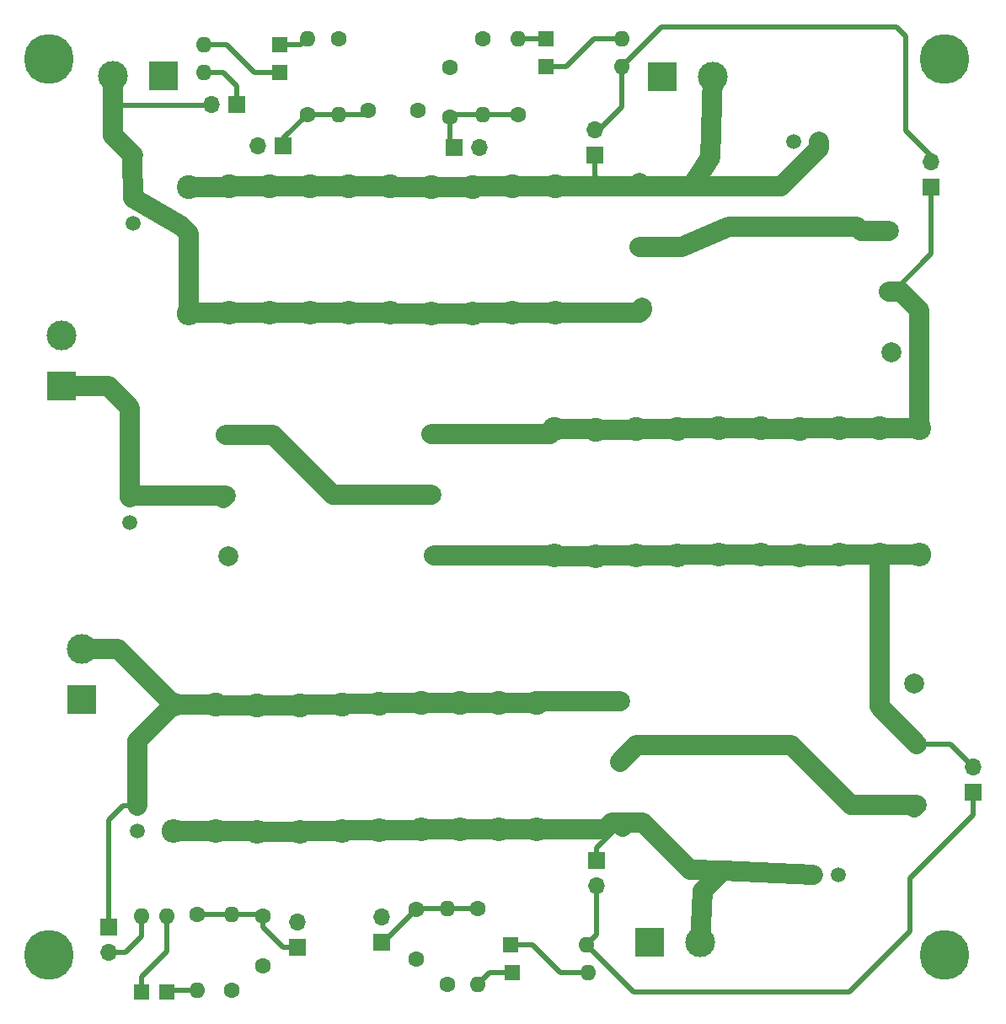
<source format=gbr>
G04 #@! TF.FileFunction,Copper,L2,Bot,Signal*
%FSLAX46Y46*%
G04 Gerber Fmt 4.6, Leading zero omitted, Abs format (unit mm)*
G04 Created by KiCad (PCBNEW 4.0.7) date 02/24/19 18:45:12*
%MOMM*%
%LPD*%
G01*
G04 APERTURE LIST*
%ADD10C,0.100000*%
%ADD11R,3.000000X3.000000*%
%ADD12C,3.000000*%
%ADD13C,1.500000*%
%ADD14C,5.000000*%
%ADD15C,1.600000*%
%ADD16O,1.600000X1.600000*%
%ADD17R,1.600000X1.600000*%
%ADD18C,2.000000*%
%ADD19R,1.700000X1.700000*%
%ADD20O,1.700000X1.700000*%
%ADD21C,2.400000*%
%ADD22O,2.400000X2.400000*%
%ADD23C,2.000000*%
%ADD24C,0.500000*%
G04 APERTURE END LIST*
D10*
D11*
X46278800Y-77851000D03*
D12*
X46278800Y-72771000D03*
D13*
X53172400Y-89052400D03*
X53172400Y-91592400D03*
D14*
X45000000Y-45000000D03*
X135000000Y-45000000D03*
X45000000Y-135000000D03*
X135000000Y-135000000D03*
D15*
X66548000Y-131064000D03*
X66548000Y-136064000D03*
X81915000Y-130429000D03*
X81915000Y-135429000D03*
X59944000Y-130937000D03*
D16*
X59944000Y-138557000D03*
D15*
X63373000Y-138557000D03*
D16*
X63373000Y-130937000D03*
D17*
X54356000Y-138684000D03*
D16*
X54356000Y-131064000D03*
D18*
X104648000Y-70002400D03*
X104394000Y-63906400D03*
X104394000Y-57810400D03*
X102666800Y-121666000D03*
X102412800Y-115570000D03*
X102412800Y-109474000D03*
X129667000Y-74422000D03*
X129413000Y-68326000D03*
X129413000Y-62230000D03*
X131953000Y-107696000D03*
X132207000Y-113792000D03*
X132207000Y-119888000D03*
X83693000Y-94869000D03*
X83439000Y-88773000D03*
X83439000Y-82677000D03*
X63017400Y-94945200D03*
X62763400Y-88849200D03*
X62763400Y-82753200D03*
D13*
X122428000Y-53274000D03*
X119888000Y-53274000D03*
X53502600Y-58953400D03*
X53502600Y-61493400D03*
X53870900Y-120015000D03*
X53870900Y-122555000D03*
X121793000Y-126939000D03*
X124333000Y-126939000D03*
D11*
X106680000Y-46736000D03*
D12*
X111760000Y-46736000D03*
D11*
X56494680Y-46675040D03*
D12*
X51414680Y-46675040D03*
D11*
X48280320Y-109301280D03*
D12*
X48280320Y-104221280D03*
D11*
X105410000Y-133731000D03*
D12*
X110490000Y-133731000D03*
D15*
X85344000Y-50800000D03*
X85344000Y-45800000D03*
X77089000Y-50165000D03*
X82089000Y-50165000D03*
D19*
X85725000Y-53848000D03*
D20*
X88265000Y-53848000D03*
D19*
X68580000Y-53721000D03*
D20*
X66040000Y-53721000D03*
D15*
X88646000Y-42926000D03*
D16*
X88646000Y-50546000D03*
D15*
X70993000Y-50546000D03*
D16*
X70993000Y-42926000D03*
D15*
X74168000Y-42926000D03*
D16*
X74168000Y-50546000D03*
D15*
X92202000Y-50546000D03*
D16*
X92202000Y-42926000D03*
D17*
X94996000Y-45720000D03*
D16*
X102616000Y-45720000D03*
D17*
X68199000Y-46355000D03*
D16*
X60579000Y-46355000D03*
D17*
X94996000Y-42926000D03*
D16*
X102616000Y-42926000D03*
D17*
X68199000Y-43561000D03*
D16*
X60579000Y-43561000D03*
D17*
X91440000Y-133985000D03*
D16*
X99060000Y-133985000D03*
D17*
X56896000Y-138684000D03*
D16*
X56896000Y-131064000D03*
D17*
X91567000Y-136779000D03*
D16*
X99187000Y-136779000D03*
D19*
X51054000Y-132207000D03*
D20*
X51054000Y-134747000D03*
D19*
X69977000Y-134239000D03*
D20*
X69977000Y-131699000D03*
D19*
X78486000Y-133731000D03*
D20*
X78486000Y-131191000D03*
D15*
X88138000Y-130302000D03*
D16*
X88138000Y-137922000D03*
D15*
X85090000Y-137922000D03*
D16*
X85090000Y-130302000D03*
D19*
X63855600Y-49580800D03*
D20*
X61315600Y-49580800D03*
D21*
X94043500Y-109639100D03*
D22*
X94043500Y-122339100D03*
D21*
X90195400Y-109689900D03*
D22*
X90195400Y-122389900D03*
D21*
X86283800Y-109689900D03*
D22*
X86283800Y-122389900D03*
D21*
X82423000Y-109689900D03*
D22*
X82423000Y-122389900D03*
D21*
X57556400Y-109804200D03*
D22*
X57556400Y-122504200D03*
D21*
X78232000Y-109753400D03*
D22*
X78232000Y-122453400D03*
D21*
X74434700Y-109855000D03*
D22*
X74434700Y-122555000D03*
D21*
X70243700Y-109918500D03*
D22*
X70243700Y-122618500D03*
D21*
X61747400Y-109855000D03*
D22*
X61747400Y-122555000D03*
D21*
X65938400Y-109918500D03*
D22*
X65938400Y-122618500D03*
D21*
X95834200Y-82199480D03*
D22*
X95834200Y-94899480D03*
D21*
X99913440Y-82255360D03*
D22*
X99913440Y-94955360D03*
D21*
X103992680Y-82199480D03*
D22*
X103992680Y-94899480D03*
D21*
X108127800Y-82143600D03*
D22*
X108127800Y-94843600D03*
D21*
X112280700Y-82054700D03*
D22*
X112280700Y-94754700D03*
D21*
X116547900Y-82054700D03*
D22*
X116547900Y-94754700D03*
D21*
X120459500Y-82143600D03*
D22*
X120459500Y-94843600D03*
D21*
X124460000Y-82054700D03*
D22*
X124460000Y-94754700D03*
D21*
X128460500Y-82054700D03*
D22*
X128460500Y-94754700D03*
D21*
X132461000Y-82054700D03*
D22*
X132461000Y-94754700D03*
D21*
X95923100Y-57785000D03*
D22*
X95923100Y-70485000D03*
D21*
X91554300Y-57759600D03*
D22*
X91554300Y-70459600D03*
D21*
X87553800Y-57835800D03*
D22*
X87553800Y-70535800D03*
D21*
X83400900Y-57873900D03*
D22*
X83400900Y-70573900D03*
D21*
X79298800Y-57785000D03*
D22*
X79298800Y-70485000D03*
D21*
X75120500Y-57785000D03*
D22*
X75120500Y-70485000D03*
D21*
X71208900Y-57785000D03*
D22*
X71208900Y-70485000D03*
D21*
X67208400Y-57785000D03*
D22*
X67208400Y-70485000D03*
D21*
X63119000Y-57785000D03*
D22*
X63119000Y-70485000D03*
D21*
X59029600Y-57873900D03*
D22*
X59029600Y-70573900D03*
D19*
X133664960Y-57835800D03*
D20*
X133664960Y-55295800D03*
D19*
X99888040Y-54650640D03*
D20*
X99888040Y-52110640D03*
D19*
X100076000Y-125476000D03*
D20*
X100076000Y-128016000D03*
D19*
X137922000Y-118618000D03*
D20*
X137922000Y-116078000D03*
D23*
X46278800Y-77851000D02*
X50977800Y-77851000D01*
X53172400Y-80045600D02*
X53172400Y-89052400D01*
X50977800Y-77851000D02*
X53172400Y-80045600D01*
X62763400Y-88849200D02*
X53375600Y-88849200D01*
X53375600Y-88849200D02*
X53172400Y-89052400D01*
X62509400Y-89103200D02*
X62763400Y-88849200D01*
D24*
X99888040Y-54650640D02*
X99888040Y-56723280D01*
X99888040Y-56723280D02*
X100975160Y-57810400D01*
D23*
X59029600Y-57873900D02*
X63030100Y-57873900D01*
X63030100Y-57873900D02*
X63119000Y-57785000D01*
X67208400Y-57785000D02*
X63119000Y-57785000D01*
X71208900Y-57785000D02*
X67208400Y-57785000D01*
X75120500Y-57785000D02*
X71208900Y-57785000D01*
X79298800Y-57785000D02*
X75120500Y-57785000D01*
X83400900Y-57873900D02*
X79387700Y-57873900D01*
X79387700Y-57873900D02*
X79298800Y-57785000D01*
X87553800Y-57835800D02*
X83439000Y-57835800D01*
X83439000Y-57835800D02*
X83400900Y-57873900D01*
X91554300Y-57759600D02*
X87630000Y-57759600D01*
X87630000Y-57759600D02*
X87553800Y-57835800D01*
X95923100Y-57785000D02*
X91579700Y-57785000D01*
X91579700Y-57785000D02*
X91554300Y-57759600D01*
X104394000Y-57810400D02*
X100975160Y-57810400D01*
X100975160Y-57810400D02*
X95948500Y-57810400D01*
X95948500Y-57810400D02*
X95923100Y-57785000D01*
X111760000Y-46736000D02*
X111506000Y-54864000D01*
X111506000Y-54864000D02*
X109575600Y-57810400D01*
X122428000Y-53274000D02*
X122428000Y-53975000D01*
X122428000Y-53975000D02*
X118592600Y-57810400D01*
X118592600Y-57810400D02*
X109575600Y-57810400D01*
X109575600Y-57810400D02*
X105257600Y-57810400D01*
X105257600Y-57810400D02*
X104394000Y-57810400D01*
X111887000Y-46863000D02*
X111760000Y-46736000D01*
X104394000Y-57810400D02*
X105257600Y-57810400D01*
X104394000Y-57810400D02*
X104394000Y-57404000D01*
D24*
X85344000Y-50800000D02*
X85344000Y-53467000D01*
X85344000Y-53467000D02*
X85725000Y-53848000D01*
X92202000Y-50546000D02*
X88646000Y-50546000D01*
X88646000Y-50546000D02*
X85598000Y-50546000D01*
X85598000Y-50546000D02*
X85344000Y-50800000D01*
X68580000Y-53721000D02*
X68580000Y-52959000D01*
X68580000Y-52959000D02*
X70993000Y-50546000D01*
X74041000Y-50673000D02*
X74168000Y-50546000D01*
X74168000Y-50546000D02*
X76708000Y-50546000D01*
X76708000Y-50546000D02*
X77089000Y-50165000D01*
X70993000Y-50546000D02*
X74168000Y-50546000D01*
X66548000Y-131064000D02*
X66548000Y-132207000D01*
X68580000Y-134239000D02*
X69977000Y-134239000D01*
X66548000Y-132207000D02*
X68580000Y-134239000D01*
X63373000Y-130937000D02*
X66421000Y-130937000D01*
X66421000Y-130937000D02*
X66548000Y-131064000D01*
X59944000Y-130937000D02*
X63373000Y-130937000D01*
X78486000Y-133731000D02*
X78613000Y-133731000D01*
X78613000Y-133731000D02*
X81915000Y-130429000D01*
X85090000Y-130302000D02*
X82042000Y-130302000D01*
X82042000Y-130302000D02*
X81915000Y-130429000D01*
X88138000Y-130302000D02*
X85090000Y-130302000D01*
X133664960Y-55295800D02*
X133664960Y-54721760D01*
X133664960Y-54721760D02*
X131094480Y-52151280D01*
X131094480Y-52151280D02*
X131094480Y-42692320D01*
X131094480Y-42692320D02*
X130144520Y-41742360D01*
X130144520Y-41742360D02*
X106593640Y-41742360D01*
X106593640Y-41742360D02*
X102616000Y-45720000D01*
X99888040Y-52110640D02*
X100294440Y-52110640D01*
X100294440Y-52110640D02*
X102616000Y-49789080D01*
X102616000Y-49789080D02*
X102616000Y-45720000D01*
X54356000Y-131064000D02*
X54356000Y-133096000D01*
X52705000Y-134747000D02*
X51054000Y-134747000D01*
X54356000Y-133096000D02*
X52705000Y-134747000D01*
X60579000Y-46355000D02*
X62509400Y-46355000D01*
X63855600Y-47701200D02*
X63855600Y-49580800D01*
X62509400Y-46355000D02*
X63855600Y-47701200D01*
X137922000Y-118618000D02*
X137922000Y-120904000D01*
X103759000Y-138684000D02*
X99060000Y-133985000D01*
X125476000Y-138684000D02*
X103759000Y-138684000D01*
X131572000Y-132588000D02*
X125476000Y-138684000D01*
X131572000Y-127254000D02*
X131572000Y-132588000D01*
X137922000Y-120904000D02*
X131572000Y-127254000D01*
X100076000Y-128016000D02*
X100076000Y-132969000D01*
X100076000Y-132969000D02*
X99060000Y-133985000D01*
D23*
X62763400Y-82753200D02*
X67487800Y-82753200D01*
X67487800Y-82753200D02*
X73533000Y-88798400D01*
X73533000Y-88798400D02*
X83439000Y-88773000D01*
X132207000Y-119888000D02*
X125577600Y-119888000D01*
X104038400Y-113944400D02*
X102412800Y-115570000D01*
X119634000Y-113944400D02*
X104038400Y-113944400D01*
X125577600Y-119888000D02*
X119634000Y-113944400D01*
X131927600Y-120167400D02*
X132207000Y-119888000D01*
X104394000Y-63906400D02*
X108559600Y-63906400D01*
X126619000Y-62230000D02*
X129413000Y-62230000D01*
X126238000Y-61849000D02*
X126619000Y-62230000D01*
X113334800Y-61823600D02*
X126238000Y-61849000D01*
X108559600Y-63906400D02*
X113334800Y-61823600D01*
X104394000Y-63906400D02*
X105003600Y-63906400D01*
X59029600Y-70573900D02*
X59029600Y-62496700D01*
X58318400Y-61785500D02*
X53502600Y-58953400D01*
X59029600Y-62496700D02*
X58318400Y-61785500D01*
X63119000Y-70485000D02*
X59118500Y-70485000D01*
X59118500Y-70485000D02*
X59029600Y-70573900D01*
X67208400Y-70485000D02*
X63119000Y-70485000D01*
X71208900Y-70485000D02*
X67208400Y-70485000D01*
X75120500Y-70485000D02*
X71208900Y-70485000D01*
X79298800Y-70485000D02*
X75120500Y-70485000D01*
X83400900Y-70573900D02*
X79387700Y-70573900D01*
X79387700Y-70573900D02*
X79298800Y-70485000D01*
X87553800Y-70535800D02*
X83439000Y-70535800D01*
X83439000Y-70535800D02*
X83400900Y-70573900D01*
X91554300Y-70459600D02*
X87630000Y-70459600D01*
X87630000Y-70459600D02*
X87553800Y-70535800D01*
X95923100Y-70485000D02*
X91579700Y-70485000D01*
X91579700Y-70485000D02*
X91554300Y-70459600D01*
X104648000Y-70002400D02*
X104648000Y-70218300D01*
X104648000Y-70218300D02*
X104381300Y-70485000D01*
X104381300Y-70485000D02*
X95923100Y-70485000D01*
D24*
X51414680Y-49631600D02*
X61264800Y-49631600D01*
X61264800Y-49631600D02*
X61315600Y-49580800D01*
D23*
X51414680Y-46675040D02*
X51414680Y-49631600D01*
X51414680Y-49631600D02*
X51414680Y-48661320D01*
X51414680Y-52705000D02*
X53454300Y-54673500D01*
X53454300Y-54673500D02*
X53383180Y-54988460D01*
X51414680Y-48661320D02*
X51414680Y-52705000D01*
X53383180Y-54988460D02*
X53502600Y-58953400D01*
D24*
X51054000Y-132207000D02*
X51054000Y-121447560D01*
X52486560Y-120015000D02*
X53870900Y-120015000D01*
X51054000Y-121447560D02*
X52486560Y-120015000D01*
D23*
X48280320Y-104221280D02*
X51973480Y-104221280D01*
X51973480Y-104221280D02*
X57556400Y-109804200D01*
X53870900Y-120015000D02*
X53870900Y-113489700D01*
X53870900Y-113489700D02*
X57556400Y-109804200D01*
X57556400Y-109804200D02*
X61696600Y-109804200D01*
X61696600Y-109804200D02*
X61747400Y-109855000D01*
X57556400Y-109748320D02*
X57556400Y-109804200D01*
X65938400Y-109918500D02*
X61810900Y-109918500D01*
X61810900Y-109918500D02*
X61747400Y-109855000D01*
X70243700Y-109918500D02*
X65938400Y-109918500D01*
X74434700Y-109855000D02*
X70307200Y-109855000D01*
X70307200Y-109855000D02*
X70243700Y-109918500D01*
X78232000Y-109753400D02*
X74536300Y-109753400D01*
X74536300Y-109753400D02*
X74434700Y-109855000D01*
X82423000Y-109689900D02*
X78295500Y-109689900D01*
X78295500Y-109689900D02*
X78232000Y-109753400D01*
X86283800Y-109689900D02*
X82423000Y-109689900D01*
X90195400Y-109689900D02*
X86283800Y-109689900D01*
X94043500Y-109639100D02*
X90246200Y-109639100D01*
X90246200Y-109639100D02*
X90195400Y-109689900D01*
X102412800Y-109474000D02*
X94208600Y-109474000D01*
X94208600Y-109474000D02*
X94043500Y-109639100D01*
D24*
X100076000Y-125476000D02*
X100076000Y-124256800D01*
X100076000Y-124256800D02*
X102666800Y-121666000D01*
D23*
X61747400Y-122555000D02*
X57607200Y-122555000D01*
X57607200Y-122555000D02*
X57556400Y-122504200D01*
X61747400Y-122555000D02*
X65874900Y-122555000D01*
X65874900Y-122555000D02*
X65938400Y-122618500D01*
X70243700Y-122618500D02*
X65938400Y-122618500D01*
X74434700Y-122555000D02*
X70307200Y-122555000D01*
X70307200Y-122555000D02*
X70243700Y-122618500D01*
X78232000Y-122453400D02*
X74536300Y-122453400D01*
X74536300Y-122453400D02*
X74434700Y-122555000D01*
X78232000Y-122453400D02*
X82359500Y-122453400D01*
X82359500Y-122453400D02*
X82423000Y-122389900D01*
X86283800Y-122389900D02*
X82423000Y-122389900D01*
X90195400Y-122389900D02*
X86283800Y-122389900D01*
X94043500Y-122339100D02*
X90246200Y-122339100D01*
X90246200Y-122339100D02*
X90195400Y-122389900D01*
X102666800Y-121666000D02*
X101574600Y-121666000D01*
X101574600Y-121666000D02*
X100901500Y-122339100D01*
X100901500Y-122339100D02*
X94043500Y-122339100D01*
X110490000Y-133731000D02*
X110744000Y-128524000D01*
X110744000Y-128524000D02*
X112702406Y-126565594D01*
X121793000Y-126939000D02*
X112702406Y-126565594D01*
X112702406Y-126565594D02*
X109425700Y-126431000D01*
X104660700Y-121666000D02*
X102666800Y-121666000D01*
X109425700Y-126431000D02*
X104660700Y-121666000D01*
X102666800Y-121666000D02*
X102666800Y-122148600D01*
D24*
X68199000Y-43561000D02*
X70358000Y-43561000D01*
X70358000Y-43561000D02*
X70993000Y-42926000D01*
X92202000Y-42926000D02*
X94996000Y-42926000D01*
X94996000Y-45720000D02*
X97028000Y-45720000D01*
X99822000Y-42926000D02*
X102616000Y-42926000D01*
X97028000Y-45720000D02*
X99822000Y-42926000D01*
X60579000Y-43561000D02*
X62865000Y-43561000D01*
X65659000Y-46355000D02*
X68199000Y-46355000D01*
X62865000Y-43561000D02*
X65659000Y-46355000D01*
X54356000Y-138684000D02*
X54356000Y-137160000D01*
X56896000Y-134620000D02*
X56896000Y-131064000D01*
X54356000Y-137160000D02*
X56896000Y-134620000D01*
X91440000Y-133985000D02*
X93599000Y-133985000D01*
X96393000Y-136779000D02*
X99187000Y-136779000D01*
X93599000Y-133985000D02*
X96393000Y-136779000D01*
X59944000Y-138557000D02*
X57023000Y-138557000D01*
X57023000Y-138557000D02*
X56896000Y-138684000D01*
X91567000Y-136779000D02*
X89281000Y-136779000D01*
X89281000Y-136779000D02*
X88138000Y-137922000D01*
X129413000Y-68326000D02*
X129910840Y-68326000D01*
X129910840Y-68326000D02*
X133664960Y-64571880D01*
X133664960Y-64571880D02*
X133664960Y-57835800D01*
D23*
X132461000Y-82054700D02*
X132461000Y-70215760D01*
X130571240Y-68326000D02*
X129413000Y-68326000D01*
X132461000Y-70215760D02*
X130571240Y-68326000D01*
X132461000Y-82054700D02*
X127383540Y-82054700D01*
X127383540Y-82054700D02*
X128460500Y-82054700D01*
X128460500Y-82054700D02*
X124460000Y-82054700D01*
X124460000Y-82054700D02*
X120548400Y-82054700D01*
X120548400Y-82054700D02*
X120459500Y-82143600D01*
X120459500Y-82143600D02*
X116636800Y-82143600D01*
X116636800Y-82143600D02*
X116547900Y-82054700D01*
X116547900Y-82054700D02*
X112280700Y-82054700D01*
X112280700Y-82054700D02*
X108216700Y-82054700D01*
X108216700Y-82054700D02*
X108127800Y-82143600D01*
X108127800Y-82143600D02*
X104048560Y-82143600D01*
X104048560Y-82143600D02*
X103992680Y-82199480D01*
X99913440Y-82255360D02*
X103936800Y-82255360D01*
X103936800Y-82255360D02*
X103992680Y-82199480D01*
X95834200Y-82199480D02*
X99857560Y-82199480D01*
X99857560Y-82199480D02*
X99913440Y-82255360D01*
X83439000Y-82677000D02*
X95356680Y-82677000D01*
X95356680Y-82677000D02*
X95834200Y-82199480D01*
D24*
X129413000Y-68326000D02*
X129692400Y-68326000D01*
X129413000Y-68326000D02*
X130302000Y-68326000D01*
X132207000Y-113792000D02*
X135636000Y-113792000D01*
X135636000Y-113792000D02*
X137922000Y-116078000D01*
D23*
X83693000Y-94869000D02*
X95803720Y-94869000D01*
X95803720Y-94869000D02*
X95890080Y-94955360D01*
X95890080Y-94955360D02*
X95834200Y-94899480D01*
X99913440Y-94955360D02*
X95890080Y-94955360D01*
X95890080Y-94955360D02*
X95834200Y-94899480D01*
X103992680Y-94899480D02*
X99969320Y-94899480D01*
X99969320Y-94899480D02*
X99913440Y-94955360D01*
X108127800Y-94843600D02*
X104048560Y-94843600D01*
X104048560Y-94843600D02*
X103992680Y-94899480D01*
X112280700Y-94754700D02*
X108216700Y-94754700D01*
X108216700Y-94754700D02*
X108127800Y-94843600D01*
X116547900Y-94754700D02*
X112280700Y-94754700D01*
X120459500Y-94843600D02*
X116636800Y-94843600D01*
X116636800Y-94843600D02*
X116547900Y-94754700D01*
X120459500Y-94843600D02*
X124371100Y-94843600D01*
X124371100Y-94843600D02*
X124460000Y-94754700D01*
X128460500Y-94754700D02*
X124460000Y-94754700D01*
X132461000Y-94754700D02*
X128460500Y-94754700D01*
X128460500Y-94754700D02*
X128460500Y-110045500D01*
X128460500Y-110045500D02*
X132207000Y-113792000D01*
X83693000Y-94869000D02*
X84099400Y-94869000D01*
M02*

</source>
